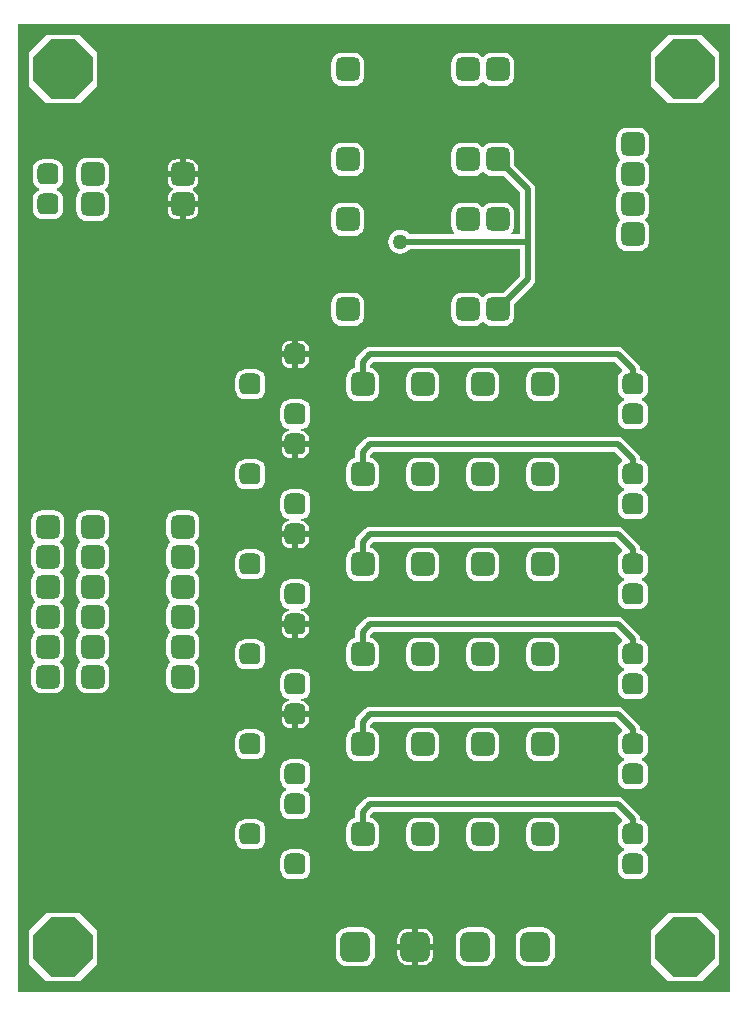
<source format=gtl>
G04 Layer_Physical_Order=1*
G04 Layer_Color=255*
%FSLAX25Y25*%
%MOIN*%
G70*
G01*
G75*
%ADD10C,0.02000*%
G04:AMPARAMS|DCode=11|XSize=80mil|YSize=80mil|CornerRadius=20mil|HoleSize=0mil|Usage=FLASHONLY|Rotation=180.000|XOffset=0mil|YOffset=0mil|HoleType=Round|Shape=RoundedRectangle|*
%AMROUNDEDRECTD11*
21,1,0.08000,0.04000,0,0,180.0*
21,1,0.04000,0.08000,0,0,180.0*
1,1,0.04000,-0.02000,0.02000*
1,1,0.04000,0.02000,0.02000*
1,1,0.04000,0.02000,-0.02000*
1,1,0.04000,-0.02000,-0.02000*
%
%ADD11ROUNDEDRECTD11*%
G04:AMPARAMS|DCode=12|XSize=70mil|YSize=70mil|CornerRadius=17.5mil|HoleSize=0mil|Usage=FLASHONLY|Rotation=90.000|XOffset=0mil|YOffset=0mil|HoleType=Round|Shape=RoundedRectangle|*
%AMROUNDEDRECTD12*
21,1,0.07000,0.03500,0,0,90.0*
21,1,0.03500,0.07000,0,0,90.0*
1,1,0.03500,0.01750,0.01750*
1,1,0.03500,0.01750,-0.01750*
1,1,0.03500,-0.01750,-0.01750*
1,1,0.03500,-0.01750,0.01750*
%
%ADD12ROUNDEDRECTD12*%
G04:AMPARAMS|DCode=13|XSize=80mil|YSize=80mil|CornerRadius=20mil|HoleSize=0mil|Usage=FLASHONLY|Rotation=270.000|XOffset=0mil|YOffset=0mil|HoleType=Round|Shape=RoundedRectangle|*
%AMROUNDEDRECTD13*
21,1,0.08000,0.04000,0,0,270.0*
21,1,0.04000,0.08000,0,0,270.0*
1,1,0.04000,-0.02000,-0.02000*
1,1,0.04000,-0.02000,0.02000*
1,1,0.04000,0.02000,0.02000*
1,1,0.04000,0.02000,-0.02000*
%
%ADD13ROUNDEDRECTD13*%
G04:AMPARAMS|DCode=14|XSize=100mil|YSize=100mil|CornerRadius=25mil|HoleSize=0mil|Usage=FLASHONLY|Rotation=180.000|XOffset=0mil|YOffset=0mil|HoleType=Round|Shape=RoundedRectangle|*
%AMROUNDEDRECTD14*
21,1,0.10000,0.05000,0,0,180.0*
21,1,0.05000,0.10000,0,0,180.0*
1,1,0.05000,-0.02500,0.02500*
1,1,0.05000,0.02500,0.02500*
1,1,0.05000,0.02500,-0.02500*
1,1,0.05000,-0.02500,-0.02500*
%
%ADD14ROUNDEDRECTD14*%
%ADD15P,0.21307X8X22.5*%
%ADD16C,0.05000*%
G36*
X237500Y0D02*
X0D01*
Y322500D01*
X237500D01*
Y0D01*
D02*
G37*
%LPC*%
G36*
X12000Y160530D02*
X8000D01*
X7086Y160410D01*
X6235Y160057D01*
X5504Y159496D01*
X4943Y158765D01*
X4590Y157914D01*
X4470Y157000D01*
Y153000D01*
X4590Y152086D01*
X4943Y151235D01*
X5504Y150504D01*
X5835Y150250D01*
Y149750D01*
X5504Y149496D01*
X4943Y148765D01*
X4590Y147914D01*
X4470Y147000D01*
Y143000D01*
X4590Y142086D01*
X4943Y141235D01*
X5504Y140504D01*
X5835Y140250D01*
Y139750D01*
X5504Y139496D01*
X4943Y138765D01*
X4590Y137914D01*
X4470Y137000D01*
Y133000D01*
X4590Y132086D01*
X4943Y131235D01*
X5504Y130504D01*
X5835Y130250D01*
Y129750D01*
X5504Y129496D01*
X4943Y128765D01*
X4590Y127914D01*
X4470Y127000D01*
Y123000D01*
X4590Y122086D01*
X4943Y121235D01*
X5504Y120504D01*
X5835Y120250D01*
Y119750D01*
X5504Y119496D01*
X4943Y118765D01*
X4590Y117914D01*
X4470Y117000D01*
Y113000D01*
X4590Y112086D01*
X4943Y111235D01*
X5504Y110504D01*
X5835Y110250D01*
Y109750D01*
X5504Y109496D01*
X4943Y108765D01*
X4590Y107914D01*
X4470Y107000D01*
Y103000D01*
X4590Y102086D01*
X4943Y101235D01*
X5504Y100504D01*
X6235Y99943D01*
X7086Y99590D01*
X8000Y99470D01*
X12000D01*
X12914Y99590D01*
X13765Y99943D01*
X14496Y100504D01*
X15057Y101235D01*
X15410Y102086D01*
X15530Y103000D01*
Y107000D01*
X15410Y107914D01*
X15057Y108765D01*
X14496Y109496D01*
X14165Y109750D01*
Y110250D01*
X14496Y110504D01*
X15057Y111235D01*
X15410Y112086D01*
X15530Y113000D01*
Y117000D01*
X15410Y117914D01*
X15057Y118765D01*
X14496Y119496D01*
X14165Y119750D01*
Y120250D01*
X14496Y120504D01*
X15057Y121235D01*
X15410Y122086D01*
X15530Y123000D01*
Y127000D01*
X15410Y127914D01*
X15057Y128765D01*
X14496Y129496D01*
X14165Y129750D01*
Y130250D01*
X14496Y130504D01*
X15057Y131235D01*
X15410Y132086D01*
X15530Y133000D01*
Y137000D01*
X15410Y137914D01*
X15057Y138765D01*
X14496Y139496D01*
X14165Y139750D01*
Y140250D01*
X14496Y140504D01*
X15057Y141235D01*
X15410Y142086D01*
X15530Y143000D01*
Y147000D01*
X15410Y147914D01*
X15057Y148765D01*
X14496Y149496D01*
X14165Y149750D01*
Y150250D01*
X14496Y150504D01*
X15057Y151235D01*
X15410Y152086D01*
X15530Y153000D01*
Y157000D01*
X15410Y157914D01*
X15057Y158765D01*
X14496Y159496D01*
X13765Y160057D01*
X12914Y160410D01*
X12000Y160530D01*
D02*
G37*
G36*
X200000Y125049D02*
X117500D01*
X116525Y124855D01*
X115698Y124302D01*
X113198Y121802D01*
X112645Y120975D01*
X112451Y120000D01*
Y117958D01*
X112086Y117910D01*
X111235Y117557D01*
X110504Y116996D01*
X109943Y116265D01*
X109590Y115414D01*
X109470Y114500D01*
Y110500D01*
X109590Y109586D01*
X109943Y108735D01*
X110504Y108004D01*
X111235Y107443D01*
X112086Y107090D01*
X113000Y106970D01*
X117000D01*
X117914Y107090D01*
X118765Y107443D01*
X119496Y108004D01*
X120057Y108735D01*
X120410Y109586D01*
X120530Y110500D01*
Y114500D01*
X120410Y115414D01*
X120057Y116265D01*
X119496Y116996D01*
X118765Y117557D01*
X117914Y117910D01*
X117549Y117958D01*
Y118944D01*
X118556Y119951D01*
X198944D01*
X201388Y117507D01*
X201321Y116867D01*
X200932Y116568D01*
X200411Y115889D01*
X200084Y115098D01*
X199972Y114250D01*
Y110750D01*
X200084Y109902D01*
X200411Y109111D01*
X200932Y108432D01*
X201611Y107911D01*
X201950Y107771D01*
Y107229D01*
X201611Y107089D01*
X200932Y106568D01*
X200411Y105889D01*
X200084Y105098D01*
X199972Y104250D01*
Y100750D01*
X200084Y99902D01*
X200411Y99111D01*
X200932Y98432D01*
X201611Y97911D01*
X202402Y97584D01*
X203250Y97472D01*
X206750D01*
X207598Y97584D01*
X208389Y97911D01*
X209068Y98432D01*
X209589Y99111D01*
X209916Y99902D01*
X210028Y100750D01*
Y104250D01*
X209916Y105098D01*
X209589Y105889D01*
X209068Y106568D01*
X208389Y107089D01*
X208050Y107229D01*
Y107771D01*
X208389Y107911D01*
X209068Y108432D01*
X209589Y109111D01*
X209916Y109902D01*
X210028Y110750D01*
Y114250D01*
X209916Y115098D01*
X209589Y115889D01*
X209068Y116568D01*
X208389Y117089D01*
X207598Y117416D01*
X207549Y117423D01*
Y117500D01*
X207355Y118475D01*
X206802Y119302D01*
X201802Y124302D01*
X200975Y124855D01*
X200000Y125049D01*
D02*
G37*
G36*
X57000Y160530D02*
X53000D01*
X52086Y160410D01*
X51235Y160057D01*
X50504Y159496D01*
X49943Y158765D01*
X49590Y157914D01*
X49470Y157000D01*
Y153000D01*
X49590Y152086D01*
X49943Y151235D01*
X50504Y150504D01*
X50835Y150250D01*
Y149750D01*
X50504Y149496D01*
X49943Y148765D01*
X49590Y147914D01*
X49470Y147000D01*
Y143000D01*
X49590Y142086D01*
X49943Y141235D01*
X50504Y140504D01*
X50835Y140250D01*
Y139750D01*
X50504Y139496D01*
X49943Y138765D01*
X49590Y137914D01*
X49470Y137000D01*
Y133000D01*
X49590Y132086D01*
X49943Y131235D01*
X50504Y130504D01*
X50835Y130250D01*
Y129750D01*
X50504Y129496D01*
X49943Y128765D01*
X49590Y127914D01*
X49470Y127000D01*
Y123000D01*
X49590Y122086D01*
X49943Y121235D01*
X50504Y120504D01*
X50835Y120250D01*
Y119750D01*
X50504Y119496D01*
X49943Y118765D01*
X49590Y117914D01*
X49470Y117000D01*
Y113000D01*
X49590Y112086D01*
X49943Y111235D01*
X50504Y110504D01*
X50835Y110250D01*
Y109750D01*
X50504Y109496D01*
X49943Y108765D01*
X49590Y107914D01*
X49470Y107000D01*
Y103000D01*
X49590Y102086D01*
X49943Y101235D01*
X50504Y100504D01*
X51235Y99943D01*
X52086Y99590D01*
X53000Y99470D01*
X57000D01*
X57914Y99590D01*
X58765Y99943D01*
X59496Y100504D01*
X60057Y101235D01*
X60410Y102086D01*
X60530Y103000D01*
Y107000D01*
X60410Y107914D01*
X60057Y108765D01*
X59496Y109496D01*
X59166Y109750D01*
Y110250D01*
X59496Y110504D01*
X60057Y111235D01*
X60410Y112086D01*
X60530Y113000D01*
Y117000D01*
X60410Y117914D01*
X60057Y118765D01*
X59496Y119496D01*
X59166Y119750D01*
Y120250D01*
X59496Y120504D01*
X60057Y121235D01*
X60410Y122086D01*
X60530Y123000D01*
Y127000D01*
X60410Y127914D01*
X60057Y128765D01*
X59496Y129496D01*
X59166Y129750D01*
Y130250D01*
X59496Y130504D01*
X60057Y131235D01*
X60410Y132086D01*
X60530Y133000D01*
Y137000D01*
X60410Y137914D01*
X60057Y138765D01*
X59496Y139496D01*
X59166Y139750D01*
Y140250D01*
X59496Y140504D01*
X60057Y141235D01*
X60410Y142086D01*
X60530Y143000D01*
Y147000D01*
X60410Y147914D01*
X60057Y148765D01*
X59496Y149496D01*
X59166Y149750D01*
Y150250D01*
X59496Y150504D01*
X60057Y151235D01*
X60410Y152086D01*
X60530Y153000D01*
Y157000D01*
X60410Y157914D01*
X60057Y158765D01*
X59496Y159496D01*
X58765Y160057D01*
X57914Y160410D01*
X57000Y160530D01*
D02*
G37*
G36*
X27000D02*
X23000D01*
X22086Y160410D01*
X21235Y160057D01*
X20504Y159496D01*
X19943Y158765D01*
X19590Y157914D01*
X19470Y157000D01*
Y153000D01*
X19590Y152086D01*
X19943Y151235D01*
X20504Y150504D01*
X20834Y150250D01*
Y149750D01*
X20504Y149496D01*
X19943Y148765D01*
X19590Y147914D01*
X19470Y147000D01*
Y143000D01*
X19590Y142086D01*
X19943Y141235D01*
X20504Y140504D01*
X20834Y140250D01*
Y139750D01*
X20504Y139496D01*
X19943Y138765D01*
X19590Y137914D01*
X19470Y137000D01*
Y133000D01*
X19590Y132086D01*
X19943Y131235D01*
X20504Y130504D01*
X20834Y130250D01*
Y129750D01*
X20504Y129496D01*
X19943Y128765D01*
X19590Y127914D01*
X19470Y127000D01*
Y123000D01*
X19590Y122086D01*
X19943Y121235D01*
X20504Y120504D01*
X20834Y120250D01*
Y119750D01*
X20504Y119496D01*
X19943Y118765D01*
X19590Y117914D01*
X19470Y117000D01*
Y113000D01*
X19590Y112086D01*
X19943Y111235D01*
X20504Y110504D01*
X20834Y110250D01*
Y109750D01*
X20504Y109496D01*
X19943Y108765D01*
X19590Y107914D01*
X19470Y107000D01*
Y103000D01*
X19590Y102086D01*
X19943Y101235D01*
X20504Y100504D01*
X21235Y99943D01*
X22086Y99590D01*
X23000Y99470D01*
X27000D01*
X27914Y99590D01*
X28765Y99943D01*
X29496Y100504D01*
X30057Y101235D01*
X30410Y102086D01*
X30530Y103000D01*
Y107000D01*
X30410Y107914D01*
X30057Y108765D01*
X29496Y109496D01*
X29166Y109750D01*
Y110250D01*
X29496Y110504D01*
X30057Y111235D01*
X30410Y112086D01*
X30530Y113000D01*
Y117000D01*
X30410Y117914D01*
X30057Y118765D01*
X29496Y119496D01*
X29166Y119750D01*
Y120250D01*
X29496Y120504D01*
X30057Y121235D01*
X30410Y122086D01*
X30530Y123000D01*
Y127000D01*
X30410Y127914D01*
X30057Y128765D01*
X29496Y129496D01*
X29166Y129750D01*
Y130250D01*
X29496Y130504D01*
X30057Y131235D01*
X30410Y132086D01*
X30530Y133000D01*
Y137000D01*
X30410Y137914D01*
X30057Y138765D01*
X29496Y139496D01*
X29166Y139750D01*
Y140250D01*
X29496Y140504D01*
X30057Y141235D01*
X30410Y142086D01*
X30530Y143000D01*
Y147000D01*
X30410Y147914D01*
X30057Y148765D01*
X29496Y149496D01*
X29166Y149750D01*
Y150250D01*
X29496Y150504D01*
X30057Y151235D01*
X30410Y152086D01*
X30530Y153000D01*
Y157000D01*
X30410Y157914D01*
X30057Y158765D01*
X29496Y159496D01*
X28765Y160057D01*
X27914Y160410D01*
X27000Y160530D01*
D02*
G37*
G36*
X94250Y107528D02*
X90750D01*
X89902Y107416D01*
X89111Y107089D01*
X88432Y106568D01*
X87911Y105889D01*
X87584Y105098D01*
X87472Y104250D01*
Y100750D01*
X87584Y99902D01*
X87911Y99111D01*
X88432Y98432D01*
X89111Y97911D01*
X89902Y97584D01*
X90537Y97500D01*
Y96996D01*
X90032Y96929D01*
X89363Y96652D01*
X88789Y96211D01*
X88348Y95637D01*
X88071Y94968D01*
X87976Y94250D01*
Y93500D01*
X92500D01*
X97024D01*
Y94250D01*
X96929Y94968D01*
X96652Y95637D01*
X96211Y96211D01*
X95637Y96652D01*
X94968Y96929D01*
X94463Y96996D01*
Y97500D01*
X95098Y97584D01*
X95889Y97911D01*
X96568Y98432D01*
X97089Y99111D01*
X97416Y99902D01*
X97528Y100750D01*
Y104250D01*
X97416Y105098D01*
X97089Y105889D01*
X96568Y106568D01*
X95889Y107089D01*
X95098Y107416D01*
X94250Y107528D01*
D02*
G37*
G36*
X79250Y87528D02*
X75750D01*
X74902Y87416D01*
X74111Y87089D01*
X73432Y86568D01*
X72911Y85889D01*
X72584Y85098D01*
X72472Y84250D01*
Y80750D01*
X72584Y79902D01*
X72911Y79111D01*
X73432Y78432D01*
X74111Y77911D01*
X74902Y77584D01*
X75750Y77472D01*
X79250D01*
X80098Y77584D01*
X80889Y77911D01*
X81568Y78432D01*
X82089Y79111D01*
X82416Y79902D01*
X82528Y80750D01*
Y84250D01*
X82416Y85098D01*
X82089Y85889D01*
X81568Y86568D01*
X80889Y87089D01*
X80098Y87416D01*
X79250Y87528D01*
D02*
G37*
G36*
X177000Y88030D02*
X173000D01*
X172086Y87910D01*
X171235Y87557D01*
X170504Y86996D01*
X169943Y86265D01*
X169590Y85414D01*
X169470Y84500D01*
Y80500D01*
X169590Y79586D01*
X169943Y78735D01*
X170504Y78004D01*
X171235Y77443D01*
X172086Y77090D01*
X173000Y76970D01*
X177000D01*
X177914Y77090D01*
X178765Y77443D01*
X179496Y78004D01*
X180057Y78735D01*
X180410Y79586D01*
X180530Y80500D01*
Y84500D01*
X180410Y85414D01*
X180057Y86265D01*
X179496Y86996D01*
X178765Y87557D01*
X177914Y87910D01*
X177000Y88030D01*
D02*
G37*
G36*
X97024Y91500D02*
X93500D01*
Y87976D01*
X94250D01*
X94968Y88071D01*
X95637Y88348D01*
X96211Y88789D01*
X96652Y89363D01*
X96929Y90032D01*
X97024Y90750D01*
Y91500D01*
D02*
G37*
G36*
X91500D02*
X87976D01*
Y90750D01*
X88071Y90032D01*
X88348Y89363D01*
X88789Y88789D01*
X89363Y88348D01*
X90032Y88071D01*
X90750Y87976D01*
X91500D01*
Y91500D01*
D02*
G37*
G36*
X94250Y137528D02*
X90750D01*
X89902Y137416D01*
X89111Y137089D01*
X88432Y136568D01*
X87911Y135889D01*
X87584Y135098D01*
X87472Y134250D01*
Y130750D01*
X87584Y129902D01*
X87911Y129111D01*
X88432Y128432D01*
X89111Y127911D01*
X89902Y127584D01*
X90537Y127500D01*
Y126996D01*
X90032Y126929D01*
X89363Y126652D01*
X88789Y126211D01*
X88348Y125637D01*
X88071Y124968D01*
X87976Y124250D01*
Y123500D01*
X92500D01*
X97024D01*
Y124250D01*
X96929Y124968D01*
X96652Y125637D01*
X96211Y126211D01*
X95637Y126652D01*
X94968Y126929D01*
X94463Y126996D01*
Y127500D01*
X95098Y127584D01*
X95889Y127911D01*
X96568Y128432D01*
X97089Y129111D01*
X97416Y129902D01*
X97528Y130750D01*
Y134250D01*
X97416Y135098D01*
X97089Y135889D01*
X96568Y136568D01*
X95889Y137089D01*
X95098Y137416D01*
X94250Y137528D01*
D02*
G37*
G36*
X97024Y121500D02*
X93500D01*
Y117976D01*
X94250D01*
X94968Y118071D01*
X95637Y118348D01*
X96211Y118789D01*
X96652Y119363D01*
X96929Y120032D01*
X97024Y120750D01*
Y121500D01*
D02*
G37*
G36*
X137000Y148030D02*
X133000D01*
X132086Y147910D01*
X131235Y147557D01*
X130504Y146996D01*
X129943Y146265D01*
X129590Y145414D01*
X129470Y144500D01*
Y140500D01*
X129590Y139586D01*
X129943Y138735D01*
X130504Y138004D01*
X131235Y137443D01*
X132086Y137090D01*
X133000Y136970D01*
X137000D01*
X137914Y137090D01*
X138765Y137443D01*
X139496Y138004D01*
X140057Y138735D01*
X140410Y139586D01*
X140530Y140500D01*
Y144500D01*
X140410Y145414D01*
X140057Y146265D01*
X139496Y146996D01*
X138765Y147557D01*
X137914Y147910D01*
X137000Y148030D01*
D02*
G37*
G36*
X200000Y155049D02*
X117500D01*
X116525Y154855D01*
X115698Y154302D01*
X113198Y151802D01*
X112645Y150976D01*
X112451Y150000D01*
Y147958D01*
X112086Y147910D01*
X111235Y147557D01*
X110504Y146996D01*
X109943Y146265D01*
X109590Y145414D01*
X109470Y144500D01*
Y140500D01*
X109590Y139586D01*
X109943Y138735D01*
X110504Y138004D01*
X111235Y137443D01*
X112086Y137090D01*
X113000Y136970D01*
X117000D01*
X117914Y137090D01*
X118765Y137443D01*
X119496Y138004D01*
X120057Y138735D01*
X120410Y139586D01*
X120530Y140500D01*
Y144500D01*
X120410Y145414D01*
X120057Y146265D01*
X119496Y146996D01*
X118765Y147557D01*
X117914Y147910D01*
X117549Y147958D01*
Y148944D01*
X118556Y149951D01*
X198944D01*
X201388Y147507D01*
X201321Y146867D01*
X200932Y146568D01*
X200411Y145889D01*
X200084Y145098D01*
X199972Y144250D01*
Y140750D01*
X200084Y139902D01*
X200411Y139111D01*
X200932Y138432D01*
X201611Y137911D01*
X201950Y137771D01*
Y137229D01*
X201611Y137089D01*
X200932Y136568D01*
X200411Y135889D01*
X200084Y135098D01*
X199972Y134250D01*
Y130750D01*
X200084Y129902D01*
X200411Y129111D01*
X200932Y128432D01*
X201611Y127911D01*
X202402Y127584D01*
X203250Y127472D01*
X206750D01*
X207598Y127584D01*
X208389Y127911D01*
X209068Y128432D01*
X209589Y129111D01*
X209916Y129902D01*
X210028Y130750D01*
Y134250D01*
X209916Y135098D01*
X209589Y135889D01*
X209068Y136568D01*
X208389Y137089D01*
X208050Y137229D01*
Y137771D01*
X208389Y137911D01*
X209068Y138432D01*
X209589Y139111D01*
X209916Y139902D01*
X210028Y140750D01*
Y144250D01*
X209916Y145098D01*
X209589Y145889D01*
X209068Y146568D01*
X208389Y147089D01*
X207598Y147416D01*
X207549Y147423D01*
Y147500D01*
X207355Y148476D01*
X206802Y149302D01*
X201802Y154302D01*
X200975Y154855D01*
X200000Y155049D01*
D02*
G37*
G36*
X91500Y121500D02*
X87976D01*
Y120750D01*
X88071Y120032D01*
X88348Y119363D01*
X88789Y118789D01*
X89363Y118348D01*
X90032Y118071D01*
X90750Y117976D01*
X91500D01*
Y121500D01*
D02*
G37*
G36*
X157000Y118030D02*
X153000D01*
X152086Y117910D01*
X151235Y117557D01*
X150504Y116996D01*
X149943Y116265D01*
X149590Y115414D01*
X149470Y114500D01*
Y110500D01*
X149590Y109586D01*
X149943Y108735D01*
X150504Y108004D01*
X151235Y107443D01*
X152086Y107090D01*
X153000Y106970D01*
X157000D01*
X157914Y107090D01*
X158765Y107443D01*
X159496Y108004D01*
X160057Y108735D01*
X160410Y109586D01*
X160530Y110500D01*
Y114500D01*
X160410Y115414D01*
X160057Y116265D01*
X159496Y116996D01*
X158765Y117557D01*
X157914Y117910D01*
X157000Y118030D01*
D02*
G37*
G36*
X137000D02*
X133000D01*
X132086Y117910D01*
X131235Y117557D01*
X130504Y116996D01*
X129943Y116265D01*
X129590Y115414D01*
X129470Y114500D01*
Y110500D01*
X129590Y109586D01*
X129943Y108735D01*
X130504Y108004D01*
X131235Y107443D01*
X132086Y107090D01*
X133000Y106970D01*
X137000D01*
X137914Y107090D01*
X138765Y107443D01*
X139496Y108004D01*
X140057Y108735D01*
X140410Y109586D01*
X140530Y110500D01*
Y114500D01*
X140410Y115414D01*
X140057Y116265D01*
X139496Y116996D01*
X138765Y117557D01*
X137914Y117910D01*
X137000Y118030D01*
D02*
G37*
G36*
X79250Y117528D02*
X75750D01*
X74902Y117416D01*
X74111Y117089D01*
X73432Y116568D01*
X72911Y115889D01*
X72584Y115098D01*
X72472Y114250D01*
Y110750D01*
X72584Y109902D01*
X72911Y109111D01*
X73432Y108432D01*
X74111Y107911D01*
X74902Y107584D01*
X75750Y107472D01*
X79250D01*
X80098Y107584D01*
X80889Y107911D01*
X81568Y108432D01*
X82089Y109111D01*
X82416Y109902D01*
X82528Y110750D01*
Y114250D01*
X82416Y115098D01*
X82089Y115889D01*
X81568Y116568D01*
X80889Y117089D01*
X80098Y117416D01*
X79250Y117528D01*
D02*
G37*
G36*
X177000Y118030D02*
X173000D01*
X172086Y117910D01*
X171235Y117557D01*
X170504Y116996D01*
X169943Y116265D01*
X169590Y115414D01*
X169470Y114500D01*
Y110500D01*
X169590Y109586D01*
X169943Y108735D01*
X170504Y108004D01*
X171235Y107443D01*
X172086Y107090D01*
X173000Y106970D01*
X177000D01*
X177914Y107090D01*
X178765Y107443D01*
X179496Y108004D01*
X180057Y108735D01*
X180410Y109586D01*
X180530Y110500D01*
Y114500D01*
X180410Y115414D01*
X180057Y116265D01*
X179496Y116996D01*
X178765Y117557D01*
X177914Y117910D01*
X177000Y118030D01*
D02*
G37*
G36*
X157000Y88030D02*
X153000D01*
X152086Y87910D01*
X151235Y87557D01*
X150504Y86996D01*
X149943Y86265D01*
X149590Y85414D01*
X149470Y84500D01*
Y80500D01*
X149590Y79586D01*
X149943Y78735D01*
X150504Y78004D01*
X151235Y77443D01*
X152086Y77090D01*
X153000Y76970D01*
X157000D01*
X157914Y77090D01*
X158765Y77443D01*
X159496Y78004D01*
X160057Y78735D01*
X160410Y79586D01*
X160530Y80500D01*
Y84500D01*
X160410Y85414D01*
X160057Y86265D01*
X159496Y86996D01*
X158765Y87557D01*
X157914Y87910D01*
X157000Y88030D01*
D02*
G37*
G36*
X138530Y14000D02*
X133500D01*
Y8970D01*
X135000D01*
X135914Y9090D01*
X136765Y9443D01*
X137496Y10004D01*
X138057Y10735D01*
X138410Y11586D01*
X138530Y12500D01*
Y14000D01*
D02*
G37*
G36*
X131500D02*
X126470D01*
Y12500D01*
X126590Y11586D01*
X126943Y10735D01*
X127504Y10004D01*
X128235Y9443D01*
X129086Y9090D01*
X130000Y8970D01*
X131500D01*
Y14000D01*
D02*
G37*
G36*
X135000Y21030D02*
X133500D01*
Y16000D01*
X138530D01*
Y17500D01*
X138410Y18414D01*
X138057Y19265D01*
X137496Y19996D01*
X136765Y20557D01*
X135914Y20910D01*
X135000Y21030D01*
D02*
G37*
G36*
X131500D02*
X130000D01*
X129086Y20910D01*
X128235Y20557D01*
X127504Y19996D01*
X126943Y19265D01*
X126590Y18414D01*
X126470Y17500D01*
Y16000D01*
X131500D01*
Y21030D01*
D02*
G37*
G36*
X175000Y21534D02*
X170000D01*
X168956Y21397D01*
X167983Y20994D01*
X167147Y20353D01*
X166506Y19517D01*
X166103Y18544D01*
X165965Y17500D01*
Y12500D01*
X166103Y11456D01*
X166506Y10483D01*
X167147Y9647D01*
X167983Y9006D01*
X168956Y8603D01*
X170000Y8466D01*
X175000D01*
X176044Y8603D01*
X177017Y9006D01*
X177853Y9647D01*
X178494Y10483D01*
X178897Y11456D01*
X179034Y12500D01*
Y17500D01*
X178897Y18544D01*
X178494Y19517D01*
X177853Y20353D01*
X177017Y20994D01*
X176044Y21397D01*
X175000Y21534D01*
D02*
G37*
G36*
X228171Y26342D02*
X216829D01*
X211157Y20671D01*
Y9329D01*
X216829Y3658D01*
X228171D01*
X233842Y9329D01*
Y20671D01*
X228171Y26342D01*
D02*
G37*
G36*
X20671D02*
X9329D01*
X3658Y20671D01*
Y9329D01*
X9329Y3658D01*
X20671D01*
X26342Y9329D01*
Y20671D01*
X20671Y26342D01*
D02*
G37*
G36*
X155000Y21534D02*
X150000D01*
X148956Y21397D01*
X147983Y20994D01*
X147147Y20353D01*
X146506Y19517D01*
X146103Y18544D01*
X145966Y17500D01*
Y12500D01*
X146103Y11456D01*
X146506Y10483D01*
X147147Y9647D01*
X147983Y9006D01*
X148956Y8603D01*
X150000Y8466D01*
X155000D01*
X156044Y8603D01*
X157017Y9006D01*
X157853Y9647D01*
X158494Y10483D01*
X158897Y11456D01*
X159035Y12500D01*
Y17500D01*
X158897Y18544D01*
X158494Y19517D01*
X157853Y20353D01*
X157017Y20994D01*
X156044Y21397D01*
X155000Y21534D01*
D02*
G37*
G36*
X115000D02*
X110000D01*
X108956Y21397D01*
X107983Y20994D01*
X107147Y20353D01*
X106506Y19517D01*
X106103Y18544D01*
X105965Y17500D01*
Y12500D01*
X106103Y11456D01*
X106506Y10483D01*
X107147Y9647D01*
X107983Y9006D01*
X108956Y8603D01*
X110000Y8466D01*
X115000D01*
X116044Y8603D01*
X117017Y9006D01*
X117853Y9647D01*
X118494Y10483D01*
X118897Y11456D01*
X119035Y12500D01*
Y17500D01*
X118897Y18544D01*
X118494Y19517D01*
X117853Y20353D01*
X117017Y20994D01*
X116044Y21397D01*
X115000Y21534D01*
D02*
G37*
G36*
X94250Y77528D02*
X90750D01*
X89902Y77416D01*
X89111Y77089D01*
X88432Y76568D01*
X87911Y75889D01*
X87584Y75098D01*
X87472Y74250D01*
Y70750D01*
X87584Y69902D01*
X87911Y69111D01*
X88432Y68432D01*
X89111Y67911D01*
X89450Y67771D01*
Y67229D01*
X89111Y67089D01*
X88432Y66568D01*
X87911Y65889D01*
X87584Y65098D01*
X87472Y64250D01*
Y60750D01*
X87584Y59902D01*
X87911Y59111D01*
X88432Y58432D01*
X89111Y57911D01*
X89902Y57584D01*
X90750Y57472D01*
X94250D01*
X95098Y57584D01*
X95889Y57911D01*
X96568Y58432D01*
X97089Y59111D01*
X97416Y59902D01*
X97528Y60750D01*
Y64250D01*
X97416Y65098D01*
X97089Y65889D01*
X96568Y66568D01*
X95889Y67089D01*
X95550Y67229D01*
Y67771D01*
X95889Y67911D01*
X96568Y68432D01*
X97089Y69111D01*
X97416Y69902D01*
X97528Y70750D01*
Y74250D01*
X97416Y75098D01*
X97089Y75889D01*
X96568Y76568D01*
X95889Y77089D01*
X95098Y77416D01*
X94250Y77528D01*
D02*
G37*
G36*
X79250Y57528D02*
X75750D01*
X74902Y57416D01*
X74111Y57089D01*
X73432Y56568D01*
X72911Y55889D01*
X72584Y55098D01*
X72472Y54250D01*
Y50750D01*
X72584Y49902D01*
X72911Y49111D01*
X73432Y48432D01*
X74111Y47911D01*
X74902Y47584D01*
X75750Y47472D01*
X79250D01*
X80098Y47584D01*
X80889Y47911D01*
X81568Y48432D01*
X82089Y49111D01*
X82416Y49902D01*
X82528Y50750D01*
Y54250D01*
X82416Y55098D01*
X82089Y55889D01*
X81568Y56568D01*
X80889Y57089D01*
X80098Y57416D01*
X79250Y57528D01*
D02*
G37*
G36*
X137000Y88030D02*
X133000D01*
X132086Y87910D01*
X131235Y87557D01*
X130504Y86996D01*
X129943Y86265D01*
X129590Y85414D01*
X129470Y84500D01*
Y80500D01*
X129590Y79586D01*
X129943Y78735D01*
X130504Y78004D01*
X131235Y77443D01*
X132086Y77090D01*
X133000Y76970D01*
X137000D01*
X137914Y77090D01*
X138765Y77443D01*
X139496Y78004D01*
X140057Y78735D01*
X140410Y79586D01*
X140530Y80500D01*
Y84500D01*
X140410Y85414D01*
X140057Y86265D01*
X139496Y86996D01*
X138765Y87557D01*
X137914Y87910D01*
X137000Y88030D01*
D02*
G37*
G36*
X200000Y95049D02*
X117500D01*
X116525Y94855D01*
X115698Y94302D01*
X113198Y91802D01*
X112645Y90975D01*
X112451Y90000D01*
Y87958D01*
X112086Y87910D01*
X111235Y87557D01*
X110504Y86996D01*
X109943Y86265D01*
X109590Y85414D01*
X109470Y84500D01*
Y80500D01*
X109590Y79586D01*
X109943Y78735D01*
X110504Y78004D01*
X111235Y77443D01*
X112086Y77090D01*
X113000Y76970D01*
X117000D01*
X117914Y77090D01*
X118765Y77443D01*
X119496Y78004D01*
X120057Y78735D01*
X120410Y79586D01*
X120530Y80500D01*
Y84500D01*
X120410Y85414D01*
X120057Y86265D01*
X119496Y86996D01*
X118765Y87557D01*
X117914Y87910D01*
X117549Y87958D01*
Y88944D01*
X118556Y89951D01*
X198944D01*
X201388Y87507D01*
X201321Y86867D01*
X200932Y86568D01*
X200411Y85889D01*
X200084Y85098D01*
X199972Y84250D01*
Y80750D01*
X200084Y79902D01*
X200411Y79111D01*
X200932Y78432D01*
X201611Y77911D01*
X201950Y77771D01*
Y77229D01*
X201611Y77089D01*
X200932Y76568D01*
X200411Y75889D01*
X200084Y75098D01*
X199972Y74250D01*
Y70750D01*
X200084Y69902D01*
X200411Y69111D01*
X200932Y68432D01*
X201611Y67911D01*
X202402Y67584D01*
X203250Y67472D01*
X206750D01*
X207598Y67584D01*
X208389Y67911D01*
X209068Y68432D01*
X209589Y69111D01*
X209916Y69902D01*
X210028Y70750D01*
Y74250D01*
X209916Y75098D01*
X209589Y75889D01*
X209068Y76568D01*
X208389Y77089D01*
X208050Y77229D01*
Y77771D01*
X208389Y77911D01*
X209068Y78432D01*
X209589Y79111D01*
X209916Y79902D01*
X210028Y80750D01*
Y84250D01*
X209916Y85098D01*
X209589Y85889D01*
X209068Y86568D01*
X208389Y87089D01*
X207598Y87416D01*
X207549Y87423D01*
Y87500D01*
X207355Y88476D01*
X206802Y89302D01*
X201802Y94302D01*
X200975Y94855D01*
X200000Y95049D01*
D02*
G37*
G36*
X177000Y58030D02*
X173000D01*
X172086Y57910D01*
X171235Y57557D01*
X170504Y56996D01*
X169943Y56265D01*
X169590Y55414D01*
X169470Y54500D01*
Y50500D01*
X169590Y49586D01*
X169943Y48735D01*
X170504Y48004D01*
X171235Y47443D01*
X172086Y47090D01*
X173000Y46970D01*
X177000D01*
X177914Y47090D01*
X178765Y47443D01*
X179496Y48004D01*
X180057Y48735D01*
X180410Y49586D01*
X180530Y50500D01*
Y54500D01*
X180410Y55414D01*
X180057Y56265D01*
X179496Y56996D01*
X178765Y57557D01*
X177914Y57910D01*
X177000Y58030D01*
D02*
G37*
G36*
X200000Y65049D02*
X117500D01*
X116525Y64855D01*
X115698Y64302D01*
X113198Y61802D01*
X112645Y60975D01*
X112451Y60000D01*
Y57958D01*
X112086Y57910D01*
X111235Y57557D01*
X110504Y56996D01*
X109943Y56265D01*
X109590Y55414D01*
X109470Y54500D01*
Y50500D01*
X109590Y49586D01*
X109943Y48735D01*
X110504Y48004D01*
X111235Y47443D01*
X112086Y47090D01*
X113000Y46970D01*
X117000D01*
X117914Y47090D01*
X118765Y47443D01*
X119496Y48004D01*
X120057Y48735D01*
X120410Y49586D01*
X120530Y50500D01*
Y54500D01*
X120410Y55414D01*
X120057Y56265D01*
X119496Y56996D01*
X118765Y57557D01*
X117914Y57910D01*
X117549Y57958D01*
Y58944D01*
X118556Y59951D01*
X198944D01*
X201388Y57507D01*
X201321Y56867D01*
X200932Y56568D01*
X200411Y55889D01*
X200084Y55098D01*
X199972Y54250D01*
Y50750D01*
X200084Y49902D01*
X200411Y49111D01*
X200932Y48432D01*
X201611Y47911D01*
X201950Y47771D01*
Y47229D01*
X201611Y47089D01*
X200932Y46568D01*
X200411Y45889D01*
X200084Y45098D01*
X199972Y44250D01*
Y40750D01*
X200084Y39902D01*
X200411Y39111D01*
X200932Y38432D01*
X201611Y37911D01*
X202402Y37584D01*
X203250Y37472D01*
X206750D01*
X207598Y37584D01*
X208389Y37911D01*
X209068Y38432D01*
X209589Y39111D01*
X209916Y39902D01*
X210028Y40750D01*
Y44250D01*
X209916Y45098D01*
X209589Y45889D01*
X209068Y46568D01*
X208389Y47089D01*
X208050Y47229D01*
Y47771D01*
X208389Y47911D01*
X209068Y48432D01*
X209589Y49111D01*
X209916Y49902D01*
X210028Y50750D01*
Y54250D01*
X209916Y55098D01*
X209589Y55889D01*
X209068Y56568D01*
X208389Y57089D01*
X207598Y57416D01*
X207549Y57423D01*
Y57500D01*
X207355Y58476D01*
X206802Y59302D01*
X201802Y64302D01*
X200975Y64855D01*
X200000Y65049D01*
D02*
G37*
G36*
X94250Y47528D02*
X90750D01*
X89902Y47416D01*
X89111Y47089D01*
X88432Y46568D01*
X87911Y45889D01*
X87584Y45098D01*
X87472Y44250D01*
Y40750D01*
X87584Y39902D01*
X87911Y39111D01*
X88432Y38432D01*
X89111Y37911D01*
X89902Y37584D01*
X90750Y37472D01*
X94250D01*
X95098Y37584D01*
X95889Y37911D01*
X96568Y38432D01*
X97089Y39111D01*
X97416Y39902D01*
X97528Y40750D01*
Y44250D01*
X97416Y45098D01*
X97089Y45889D01*
X96568Y46568D01*
X95889Y47089D01*
X95098Y47416D01*
X94250Y47528D01*
D02*
G37*
G36*
X157000Y58030D02*
X153000D01*
X152086Y57910D01*
X151235Y57557D01*
X150504Y56996D01*
X149943Y56265D01*
X149590Y55414D01*
X149470Y54500D01*
Y50500D01*
X149590Y49586D01*
X149943Y48735D01*
X150504Y48004D01*
X151235Y47443D01*
X152086Y47090D01*
X153000Y46970D01*
X157000D01*
X157914Y47090D01*
X158765Y47443D01*
X159496Y48004D01*
X160057Y48735D01*
X160410Y49586D01*
X160530Y50500D01*
Y54500D01*
X160410Y55414D01*
X160057Y56265D01*
X159496Y56996D01*
X158765Y57557D01*
X157914Y57910D01*
X157000Y58030D01*
D02*
G37*
G36*
X137000D02*
X133000D01*
X132086Y57910D01*
X131235Y57557D01*
X130504Y56996D01*
X129943Y56265D01*
X129590Y55414D01*
X129470Y54500D01*
Y50500D01*
X129590Y49586D01*
X129943Y48735D01*
X130504Y48004D01*
X131235Y47443D01*
X132086Y47090D01*
X133000Y46970D01*
X137000D01*
X137914Y47090D01*
X138765Y47443D01*
X139496Y48004D01*
X140057Y48735D01*
X140410Y49586D01*
X140530Y50500D01*
Y54500D01*
X140410Y55414D01*
X140057Y56265D01*
X139496Y56996D01*
X138765Y57557D01*
X137914Y57910D01*
X137000Y58030D01*
D02*
G37*
G36*
X157000Y148030D02*
X153000D01*
X152086Y147910D01*
X151235Y147557D01*
X150504Y146996D01*
X149943Y146265D01*
X149590Y145414D01*
X149470Y144500D01*
Y140500D01*
X149590Y139586D01*
X149943Y138735D01*
X150504Y138004D01*
X151235Y137443D01*
X152086Y137090D01*
X153000Y136970D01*
X157000D01*
X157914Y137090D01*
X158765Y137443D01*
X159496Y138004D01*
X160057Y138735D01*
X160410Y139586D01*
X160530Y140500D01*
Y144500D01*
X160410Y145414D01*
X160057Y146265D01*
X159496Y146996D01*
X158765Y147557D01*
X157914Y147910D01*
X157000Y148030D01*
D02*
G37*
G36*
X27000Y278030D02*
X23000D01*
X22086Y277910D01*
X21235Y277557D01*
X20504Y276996D01*
X19943Y276265D01*
X19590Y275414D01*
X19470Y274500D01*
Y270500D01*
X19590Y269586D01*
X19943Y268735D01*
X20504Y268004D01*
X20834Y267750D01*
Y267250D01*
X20504Y266996D01*
X19943Y266265D01*
X19590Y265414D01*
X19470Y264500D01*
Y260500D01*
X19590Y259586D01*
X19943Y258735D01*
X20504Y258004D01*
X21235Y257443D01*
X22086Y257090D01*
X23000Y256970D01*
X27000D01*
X27914Y257090D01*
X28765Y257443D01*
X29496Y258004D01*
X30057Y258735D01*
X30410Y259586D01*
X30530Y260500D01*
Y264500D01*
X30410Y265414D01*
X30057Y266265D01*
X29496Y266996D01*
X29166Y267250D01*
Y267750D01*
X29496Y268004D01*
X30057Y268735D01*
X30410Y269586D01*
X30530Y270500D01*
Y274500D01*
X30410Y275414D01*
X30057Y276265D01*
X29496Y276996D01*
X28765Y277557D01*
X27914Y277910D01*
X27000Y278030D01*
D02*
G37*
G36*
X112000Y263030D02*
X108000D01*
X107086Y262910D01*
X106235Y262557D01*
X105504Y261996D01*
X104943Y261265D01*
X104590Y260414D01*
X104470Y259500D01*
Y255500D01*
X104590Y254586D01*
X104943Y253735D01*
X105504Y253004D01*
X106235Y252443D01*
X107086Y252090D01*
X108000Y251970D01*
X112000D01*
X112914Y252090D01*
X113765Y252443D01*
X114496Y253004D01*
X115057Y253735D01*
X115410Y254586D01*
X115530Y255500D01*
Y259500D01*
X115410Y260414D01*
X115057Y261265D01*
X114496Y261996D01*
X113765Y262557D01*
X112914Y262910D01*
X112000Y263030D01*
D02*
G37*
G36*
X54000Y261500D02*
X49974D01*
Y260500D01*
X50077Y259717D01*
X50380Y258987D01*
X50860Y258360D01*
X51487Y257879D01*
X52217Y257577D01*
X53000Y257474D01*
X54000D01*
Y261500D01*
D02*
G37*
G36*
X11750Y277528D02*
X8250D01*
X7402Y277416D01*
X6611Y277089D01*
X5932Y276568D01*
X5411Y275889D01*
X5084Y275098D01*
X4972Y274250D01*
Y270750D01*
X5084Y269902D01*
X5411Y269111D01*
X5932Y268432D01*
X6611Y267911D01*
X6950Y267771D01*
Y267229D01*
X6611Y267089D01*
X5932Y266568D01*
X5411Y265889D01*
X5084Y265098D01*
X4972Y264250D01*
Y260750D01*
X5084Y259902D01*
X5411Y259111D01*
X5932Y258432D01*
X6611Y257911D01*
X7402Y257584D01*
X8250Y257472D01*
X11750D01*
X12598Y257584D01*
X13389Y257911D01*
X14068Y258432D01*
X14589Y259111D01*
X14916Y259902D01*
X15028Y260750D01*
Y264250D01*
X14916Y265098D01*
X14589Y265889D01*
X14068Y266568D01*
X13389Y267089D01*
X13050Y267229D01*
Y267771D01*
X13389Y267911D01*
X14068Y268432D01*
X14589Y269111D01*
X14916Y269902D01*
X15028Y270750D01*
Y274250D01*
X14916Y275098D01*
X14589Y275889D01*
X14068Y276568D01*
X13389Y277089D01*
X12598Y277416D01*
X11750Y277528D01*
D02*
G37*
G36*
X207000Y288030D02*
X203000D01*
X202086Y287910D01*
X201235Y287557D01*
X200504Y286996D01*
X199943Y286265D01*
X199590Y285414D01*
X199470Y284500D01*
Y280500D01*
X199590Y279586D01*
X199943Y278735D01*
X200504Y278004D01*
X200834Y277750D01*
Y277250D01*
X200504Y276996D01*
X199943Y276265D01*
X199590Y275414D01*
X199470Y274500D01*
Y270500D01*
X199590Y269586D01*
X199943Y268735D01*
X200504Y268004D01*
X200834Y267750D01*
Y267250D01*
X200504Y266996D01*
X199943Y266265D01*
X199590Y265414D01*
X199470Y264500D01*
Y260500D01*
X199590Y259586D01*
X199943Y258735D01*
X200504Y258004D01*
X200834Y257750D01*
Y257250D01*
X200504Y256996D01*
X199943Y256265D01*
X199590Y255414D01*
X199470Y254500D01*
Y250500D01*
X199590Y249586D01*
X199943Y248735D01*
X200504Y248004D01*
X201235Y247443D01*
X202086Y247090D01*
X203000Y246970D01*
X207000D01*
X207914Y247090D01*
X208765Y247443D01*
X209496Y248004D01*
X210057Y248735D01*
X210410Y249586D01*
X210530Y250500D01*
Y254500D01*
X210410Y255414D01*
X210057Y256265D01*
X209496Y256996D01*
X209166Y257250D01*
Y257750D01*
X209496Y258004D01*
X210057Y258735D01*
X210410Y259586D01*
X210530Y260500D01*
Y264500D01*
X210410Y265414D01*
X210057Y266265D01*
X209496Y266996D01*
X209166Y267250D01*
Y267750D01*
X209496Y268004D01*
X210057Y268735D01*
X210410Y269586D01*
X210530Y270500D01*
Y274500D01*
X210410Y275414D01*
X210057Y276265D01*
X209496Y276996D01*
X209166Y277250D01*
Y277750D01*
X209496Y278004D01*
X210057Y278735D01*
X210410Y279586D01*
X210530Y280500D01*
Y284500D01*
X210410Y285414D01*
X210057Y286265D01*
X209496Y286996D01*
X208765Y287557D01*
X207914Y287910D01*
X207000Y288030D01*
D02*
G37*
G36*
X91500Y217024D02*
X90750D01*
X90032Y216929D01*
X89363Y216652D01*
X88789Y216211D01*
X88348Y215637D01*
X88071Y214968D01*
X87976Y214250D01*
Y213500D01*
X91500D01*
Y217024D01*
D02*
G37*
G36*
X97024Y211500D02*
X93500D01*
Y207976D01*
X94250D01*
X94968Y208071D01*
X95637Y208348D01*
X96211Y208789D01*
X96652Y209363D01*
X96929Y210032D01*
X97024Y210750D01*
Y211500D01*
D02*
G37*
G36*
X112000Y233030D02*
X108000D01*
X107086Y232910D01*
X106235Y232557D01*
X105504Y231996D01*
X104943Y231265D01*
X104590Y230414D01*
X104470Y229500D01*
Y225500D01*
X104590Y224586D01*
X104943Y223735D01*
X105504Y223004D01*
X106235Y222443D01*
X107086Y222090D01*
X108000Y221970D01*
X112000D01*
X112914Y222090D01*
X113765Y222443D01*
X114496Y223004D01*
X115057Y223735D01*
X115410Y224586D01*
X115530Y225500D01*
Y229500D01*
X115410Y230414D01*
X115057Y231265D01*
X114496Y231996D01*
X113765Y232557D01*
X112914Y232910D01*
X112000Y233030D01*
D02*
G37*
G36*
X94250Y217024D02*
X93500D01*
Y213500D01*
X97024D01*
Y214250D01*
X96929Y214968D01*
X96652Y215637D01*
X96211Y216211D01*
X95637Y216652D01*
X94968Y216929D01*
X94250Y217024D01*
D02*
G37*
G36*
X60026Y261500D02*
X56000D01*
Y257474D01*
X57000D01*
X57783Y257577D01*
X58513Y257879D01*
X59140Y258360D01*
X59620Y258987D01*
X59923Y259717D01*
X60026Y260500D01*
Y261500D01*
D02*
G37*
G36*
X228171Y318843D02*
X216829D01*
X211157Y313171D01*
Y301829D01*
X216829Y296158D01*
X228171D01*
X233842Y301829D01*
Y313171D01*
X228171Y318843D01*
D02*
G37*
G36*
X20671D02*
X9329D01*
X3658Y313171D01*
Y301829D01*
X9329Y296158D01*
X20671D01*
X26342Y301829D01*
Y313171D01*
X20671Y318843D01*
D02*
G37*
G36*
X162000Y313030D02*
X158000D01*
X157086Y312910D01*
X156235Y312557D01*
X155504Y311996D01*
X155250Y311666D01*
X154750D01*
X154496Y311996D01*
X153765Y312557D01*
X152914Y312910D01*
X152000Y313030D01*
X148000D01*
X147086Y312910D01*
X146235Y312557D01*
X145504Y311996D01*
X144943Y311265D01*
X144590Y310414D01*
X144470Y309500D01*
Y305500D01*
X144590Y304586D01*
X144943Y303735D01*
X145504Y303004D01*
X146235Y302443D01*
X147086Y302090D01*
X148000Y301970D01*
X152000D01*
X152914Y302090D01*
X153765Y302443D01*
X154496Y303004D01*
X154750Y303334D01*
X155250D01*
X155504Y303004D01*
X156235Y302443D01*
X157086Y302090D01*
X158000Y301970D01*
X162000D01*
X162914Y302090D01*
X163765Y302443D01*
X164496Y303004D01*
X165057Y303735D01*
X165410Y304586D01*
X165530Y305500D01*
Y309500D01*
X165410Y310414D01*
X165057Y311265D01*
X164496Y311996D01*
X163765Y312557D01*
X162914Y312910D01*
X162000Y313030D01*
D02*
G37*
G36*
X112000D02*
X108000D01*
X107086Y312910D01*
X106235Y312557D01*
X105504Y311996D01*
X104943Y311265D01*
X104590Y310414D01*
X104470Y309500D01*
Y305500D01*
X104590Y304586D01*
X104943Y303735D01*
X105504Y303004D01*
X106235Y302443D01*
X107086Y302090D01*
X108000Y301970D01*
X112000D01*
X112914Y302090D01*
X113765Y302443D01*
X114496Y303004D01*
X115057Y303735D01*
X115410Y304586D01*
X115530Y305500D01*
Y309500D01*
X115410Y310414D01*
X115057Y311265D01*
X114496Y311996D01*
X113765Y312557D01*
X112914Y312910D01*
X112000Y313030D01*
D02*
G37*
G36*
X162000Y283030D02*
X158000D01*
X157086Y282910D01*
X156235Y282557D01*
X155504Y281996D01*
X155250Y281665D01*
X154750D01*
X154496Y281996D01*
X153765Y282557D01*
X152914Y282910D01*
X152000Y283030D01*
X148000D01*
X147086Y282910D01*
X146235Y282557D01*
X145504Y281996D01*
X144943Y281265D01*
X144590Y280414D01*
X144470Y279500D01*
Y275500D01*
X144590Y274586D01*
X144943Y273735D01*
X145504Y273004D01*
X146235Y272443D01*
X147086Y272090D01*
X148000Y271970D01*
X152000D01*
X152914Y272090D01*
X153765Y272443D01*
X154496Y273004D01*
X154750Y273335D01*
X155250D01*
X155504Y273004D01*
X156235Y272443D01*
X157086Y272090D01*
X158000Y271970D01*
X161925D01*
X167451Y266444D01*
Y252549D01*
X164651D01*
X164605Y252682D01*
X164531Y253049D01*
X165057Y253735D01*
X165410Y254586D01*
X165530Y255500D01*
Y259500D01*
X165410Y260414D01*
X165057Y261265D01*
X164496Y261996D01*
X163765Y262557D01*
X162914Y262910D01*
X162000Y263030D01*
X158000D01*
X157086Y262910D01*
X156235Y262557D01*
X155504Y261996D01*
X155250Y261666D01*
X154750D01*
X154496Y261996D01*
X153765Y262557D01*
X152914Y262910D01*
X152000Y263030D01*
X148000D01*
X147086Y262910D01*
X146235Y262557D01*
X145504Y261996D01*
X144943Y261265D01*
X144590Y260414D01*
X144470Y259500D01*
Y255500D01*
X144590Y254586D01*
X144943Y253735D01*
X145469Y253049D01*
X145395Y252682D01*
X145349Y252549D01*
X130586D01*
X130353Y252853D01*
X129517Y253494D01*
X128544Y253897D01*
X127500Y254034D01*
X126456Y253897D01*
X125483Y253494D01*
X124647Y252853D01*
X124006Y252017D01*
X123603Y251044D01*
X123466Y250000D01*
X123603Y248956D01*
X124006Y247983D01*
X124647Y247147D01*
X125483Y246506D01*
X126456Y246103D01*
X127500Y245966D01*
X128544Y246103D01*
X129517Y246506D01*
X130353Y247147D01*
X130586Y247451D01*
X167451D01*
Y238556D01*
X161925Y233030D01*
X158000D01*
X157086Y232910D01*
X156235Y232557D01*
X155504Y231996D01*
X155250Y231665D01*
X154750D01*
X154496Y231996D01*
X153765Y232557D01*
X152914Y232910D01*
X152000Y233030D01*
X148000D01*
X147086Y232910D01*
X146235Y232557D01*
X145504Y231996D01*
X144943Y231265D01*
X144590Y230414D01*
X144470Y229500D01*
Y225500D01*
X144590Y224586D01*
X144943Y223735D01*
X145504Y223004D01*
X146235Y222443D01*
X147086Y222090D01*
X148000Y221970D01*
X152000D01*
X152914Y222090D01*
X153765Y222443D01*
X154496Y223004D01*
X154750Y223335D01*
X155250D01*
X155504Y223004D01*
X156235Y222443D01*
X157086Y222090D01*
X158000Y221970D01*
X162000D01*
X162914Y222090D01*
X163765Y222443D01*
X164496Y223004D01*
X165057Y223735D01*
X165410Y224586D01*
X165530Y225500D01*
Y229425D01*
X171802Y235698D01*
X172355Y236525D01*
X172549Y237500D01*
Y250000D01*
Y267500D01*
X172355Y268476D01*
X171802Y269302D01*
X165530Y275575D01*
Y279500D01*
X165410Y280414D01*
X165057Y281265D01*
X164496Y281996D01*
X163765Y282557D01*
X162914Y282910D01*
X162000Y283030D01*
D02*
G37*
G36*
X112000D02*
X108000D01*
X107086Y282910D01*
X106235Y282557D01*
X105504Y281996D01*
X104943Y281265D01*
X104590Y280414D01*
X104470Y279500D01*
Y275500D01*
X104590Y274586D01*
X104943Y273735D01*
X105504Y273004D01*
X106235Y272443D01*
X107086Y272090D01*
X108000Y271970D01*
X112000D01*
X112914Y272090D01*
X113765Y272443D01*
X114496Y273004D01*
X115057Y273735D01*
X115410Y274586D01*
X115530Y275500D01*
Y279500D01*
X115410Y280414D01*
X115057Y281265D01*
X114496Y281996D01*
X113765Y282557D01*
X112914Y282910D01*
X112000Y283030D01*
D02*
G37*
G36*
X60026Y271500D02*
X55000D01*
X49974D01*
Y270500D01*
X50077Y269717D01*
X50380Y268987D01*
X50860Y268360D01*
X51487Y267880D01*
X51750Y267771D01*
Y267229D01*
X51487Y267121D01*
X50860Y266640D01*
X50380Y266013D01*
X50077Y265283D01*
X49974Y264500D01*
Y263500D01*
X55000D01*
X60026D01*
Y264500D01*
X59923Y265283D01*
X59620Y266013D01*
X59140Y266640D01*
X58513Y267121D01*
X58250Y267229D01*
Y267771D01*
X58513Y267880D01*
X59140Y268360D01*
X59620Y268987D01*
X59923Y269717D01*
X60026Y270500D01*
Y271500D01*
D02*
G37*
G36*
X57000Y277526D02*
X56000D01*
Y273500D01*
X60026D01*
Y274500D01*
X59923Y275283D01*
X59620Y276013D01*
X59140Y276640D01*
X58513Y277120D01*
X57783Y277423D01*
X57000Y277526D01*
D02*
G37*
G36*
X54000D02*
X53000D01*
X52217Y277423D01*
X51487Y277120D01*
X50860Y276640D01*
X50380Y276013D01*
X50077Y275283D01*
X49974Y274500D01*
Y273500D01*
X54000D01*
Y277526D01*
D02*
G37*
G36*
X137000Y178030D02*
X133000D01*
X132086Y177910D01*
X131235Y177557D01*
X130504Y176996D01*
X129943Y176265D01*
X129590Y175414D01*
X129470Y174500D01*
Y170500D01*
X129590Y169586D01*
X129943Y168735D01*
X130504Y168004D01*
X131235Y167443D01*
X132086Y167090D01*
X133000Y166970D01*
X137000D01*
X137914Y167090D01*
X138765Y167443D01*
X139496Y168004D01*
X140057Y168735D01*
X140410Y169586D01*
X140530Y170500D01*
Y174500D01*
X140410Y175414D01*
X140057Y176265D01*
X139496Y176996D01*
X138765Y177557D01*
X137914Y177910D01*
X137000Y178030D01*
D02*
G37*
G36*
X200000Y185049D02*
X117500D01*
X116525Y184855D01*
X115698Y184302D01*
X113198Y181802D01*
X112645Y180975D01*
X112451Y180000D01*
Y177958D01*
X112086Y177910D01*
X111235Y177557D01*
X110504Y176996D01*
X109943Y176265D01*
X109590Y175414D01*
X109470Y174500D01*
Y170500D01*
X109590Y169586D01*
X109943Y168735D01*
X110504Y168004D01*
X111235Y167443D01*
X112086Y167090D01*
X113000Y166970D01*
X117000D01*
X117914Y167090D01*
X118765Y167443D01*
X119496Y168004D01*
X120057Y168735D01*
X120410Y169586D01*
X120530Y170500D01*
Y174500D01*
X120410Y175414D01*
X120057Y176265D01*
X119496Y176996D01*
X118765Y177557D01*
X117914Y177910D01*
X117549Y177958D01*
Y178944D01*
X118556Y179951D01*
X198944D01*
X201388Y177507D01*
X201321Y176867D01*
X200932Y176568D01*
X200411Y175889D01*
X200084Y175098D01*
X199972Y174250D01*
Y170750D01*
X200084Y169902D01*
X200411Y169111D01*
X200932Y168432D01*
X201611Y167911D01*
X201950Y167771D01*
Y167229D01*
X201611Y167089D01*
X200932Y166568D01*
X200411Y165889D01*
X200084Y165098D01*
X199972Y164250D01*
Y160750D01*
X200084Y159902D01*
X200411Y159111D01*
X200932Y158432D01*
X201611Y157911D01*
X202402Y157584D01*
X203250Y157472D01*
X206750D01*
X207598Y157584D01*
X208389Y157911D01*
X209068Y158432D01*
X209589Y159111D01*
X209916Y159902D01*
X210028Y160750D01*
Y164250D01*
X209916Y165098D01*
X209589Y165889D01*
X209068Y166568D01*
X208389Y167089D01*
X208050Y167229D01*
Y167771D01*
X208389Y167911D01*
X209068Y168432D01*
X209589Y169111D01*
X209916Y169902D01*
X210028Y170750D01*
Y174250D01*
X209916Y175098D01*
X209589Y175889D01*
X209068Y176568D01*
X208389Y177089D01*
X207598Y177416D01*
X207549Y177423D01*
Y177500D01*
X207355Y178475D01*
X206802Y179302D01*
X201802Y184302D01*
X200975Y184855D01*
X200000Y185049D01*
D02*
G37*
G36*
X177000Y178030D02*
X173000D01*
X172086Y177910D01*
X171235Y177557D01*
X170504Y176996D01*
X169943Y176265D01*
X169590Y175414D01*
X169470Y174500D01*
Y170500D01*
X169590Y169586D01*
X169943Y168735D01*
X170504Y168004D01*
X171235Y167443D01*
X172086Y167090D01*
X173000Y166970D01*
X177000D01*
X177914Y167090D01*
X178765Y167443D01*
X179496Y168004D01*
X180057Y168735D01*
X180410Y169586D01*
X180530Y170500D01*
Y174500D01*
X180410Y175414D01*
X180057Y176265D01*
X179496Y176996D01*
X178765Y177557D01*
X177914Y177910D01*
X177000Y178030D01*
D02*
G37*
G36*
X157000D02*
X153000D01*
X152086Y177910D01*
X151235Y177557D01*
X150504Y176996D01*
X149943Y176265D01*
X149590Y175414D01*
X149470Y174500D01*
Y170500D01*
X149590Y169586D01*
X149943Y168735D01*
X150504Y168004D01*
X151235Y167443D01*
X152086Y167090D01*
X153000Y166970D01*
X157000D01*
X157914Y167090D01*
X158765Y167443D01*
X159496Y168004D01*
X160057Y168735D01*
X160410Y169586D01*
X160530Y170500D01*
Y174500D01*
X160410Y175414D01*
X160057Y176265D01*
X159496Y176996D01*
X158765Y177557D01*
X157914Y177910D01*
X157000Y178030D01*
D02*
G37*
G36*
X94250Y167528D02*
X90750D01*
X89902Y167416D01*
X89111Y167089D01*
X88432Y166568D01*
X87911Y165889D01*
X87584Y165098D01*
X87472Y164250D01*
Y160750D01*
X87584Y159902D01*
X87911Y159111D01*
X88432Y158432D01*
X89111Y157911D01*
X89902Y157584D01*
X90537Y157500D01*
Y156996D01*
X90032Y156929D01*
X89363Y156652D01*
X88789Y156211D01*
X88348Y155637D01*
X88071Y154968D01*
X87976Y154250D01*
Y153500D01*
X92500D01*
X97024D01*
Y154250D01*
X96929Y154968D01*
X96652Y155637D01*
X96211Y156211D01*
X95637Y156652D01*
X94968Y156929D01*
X94463Y156996D01*
Y157500D01*
X95098Y157584D01*
X95889Y157911D01*
X96568Y158432D01*
X97089Y159111D01*
X97416Y159902D01*
X97528Y160750D01*
Y164250D01*
X97416Y165098D01*
X97089Y165889D01*
X96568Y166568D01*
X95889Y167089D01*
X95098Y167416D01*
X94250Y167528D01*
D02*
G37*
G36*
X79250Y147528D02*
X75750D01*
X74902Y147416D01*
X74111Y147089D01*
X73432Y146568D01*
X72911Y145889D01*
X72584Y145098D01*
X72472Y144250D01*
Y140750D01*
X72584Y139902D01*
X72911Y139111D01*
X73432Y138432D01*
X74111Y137911D01*
X74902Y137584D01*
X75750Y137472D01*
X79250D01*
X80098Y137584D01*
X80889Y137911D01*
X81568Y138432D01*
X82089Y139111D01*
X82416Y139902D01*
X82528Y140750D01*
Y144250D01*
X82416Y145098D01*
X82089Y145889D01*
X81568Y146568D01*
X80889Y147089D01*
X80098Y147416D01*
X79250Y147528D01*
D02*
G37*
G36*
X177000Y148030D02*
X173000D01*
X172086Y147910D01*
X171235Y147557D01*
X170504Y146996D01*
X169943Y146265D01*
X169590Y145414D01*
X169470Y144500D01*
Y140500D01*
X169590Y139586D01*
X169943Y138735D01*
X170504Y138004D01*
X171235Y137443D01*
X172086Y137090D01*
X173000Y136970D01*
X177000D01*
X177914Y137090D01*
X178765Y137443D01*
X179496Y138004D01*
X180057Y138735D01*
X180410Y139586D01*
X180530Y140500D01*
Y144500D01*
X180410Y145414D01*
X180057Y146265D01*
X179496Y146996D01*
X178765Y147557D01*
X177914Y147910D01*
X177000Y148030D01*
D02*
G37*
G36*
X97024Y151500D02*
X93500D01*
Y147976D01*
X94250D01*
X94968Y148071D01*
X95637Y148348D01*
X96211Y148789D01*
X96652Y149363D01*
X96929Y150032D01*
X97024Y150750D01*
Y151500D01*
D02*
G37*
G36*
X91500D02*
X87976D01*
Y150750D01*
X88071Y150032D01*
X88348Y149363D01*
X88789Y148789D01*
X89363Y148348D01*
X90032Y148071D01*
X90750Y147976D01*
X91500D01*
Y151500D01*
D02*
G37*
G36*
X79250Y177528D02*
X75750D01*
X74902Y177416D01*
X74111Y177089D01*
X73432Y176568D01*
X72911Y175889D01*
X72584Y175098D01*
X72472Y174250D01*
Y170750D01*
X72584Y169902D01*
X72911Y169111D01*
X73432Y168432D01*
X74111Y167911D01*
X74902Y167584D01*
X75750Y167472D01*
X79250D01*
X80098Y167584D01*
X80889Y167911D01*
X81568Y168432D01*
X82089Y169111D01*
X82416Y169902D01*
X82528Y170750D01*
Y174250D01*
X82416Y175098D01*
X82089Y175889D01*
X81568Y176568D01*
X80889Y177089D01*
X80098Y177416D01*
X79250Y177528D01*
D02*
G37*
G36*
X177000Y208030D02*
X173000D01*
X172086Y207910D01*
X171235Y207557D01*
X170504Y206996D01*
X169943Y206265D01*
X169590Y205414D01*
X169470Y204500D01*
Y200500D01*
X169590Y199586D01*
X169943Y198735D01*
X170504Y198004D01*
X171235Y197443D01*
X172086Y197090D01*
X173000Y196970D01*
X177000D01*
X177914Y197090D01*
X178765Y197443D01*
X179496Y198004D01*
X180057Y198735D01*
X180410Y199586D01*
X180530Y200500D01*
Y204500D01*
X180410Y205414D01*
X180057Y206265D01*
X179496Y206996D01*
X178765Y207557D01*
X177914Y207910D01*
X177000Y208030D01*
D02*
G37*
G36*
X157000D02*
X153000D01*
X152086Y207910D01*
X151235Y207557D01*
X150504Y206996D01*
X149943Y206265D01*
X149590Y205414D01*
X149470Y204500D01*
Y200500D01*
X149590Y199586D01*
X149943Y198735D01*
X150504Y198004D01*
X151235Y197443D01*
X152086Y197090D01*
X153000Y196970D01*
X157000D01*
X157914Y197090D01*
X158765Y197443D01*
X159496Y198004D01*
X160057Y198735D01*
X160410Y199586D01*
X160530Y200500D01*
Y204500D01*
X160410Y205414D01*
X160057Y206265D01*
X159496Y206996D01*
X158765Y207557D01*
X157914Y207910D01*
X157000Y208030D01*
D02*
G37*
G36*
X91500Y211500D02*
X87976D01*
Y210750D01*
X88071Y210032D01*
X88348Y209363D01*
X88789Y208789D01*
X89363Y208348D01*
X90032Y208071D01*
X90750Y207976D01*
X91500D01*
Y211500D01*
D02*
G37*
G36*
X79250Y207528D02*
X75750D01*
X74902Y207416D01*
X74111Y207089D01*
X73432Y206568D01*
X72911Y205889D01*
X72584Y205098D01*
X72472Y204250D01*
Y200750D01*
X72584Y199902D01*
X72911Y199111D01*
X73432Y198432D01*
X74111Y197911D01*
X74902Y197584D01*
X75750Y197472D01*
X79250D01*
X80098Y197584D01*
X80889Y197911D01*
X81568Y198432D01*
X82089Y199111D01*
X82416Y199902D01*
X82528Y200750D01*
Y204250D01*
X82416Y205098D01*
X82089Y205889D01*
X81568Y206568D01*
X80889Y207089D01*
X80098Y207416D01*
X79250Y207528D01*
D02*
G37*
G36*
X137000Y208030D02*
X133000D01*
X132086Y207910D01*
X131235Y207557D01*
X130504Y206996D01*
X129943Y206265D01*
X129590Y205414D01*
X129470Y204500D01*
Y200500D01*
X129590Y199586D01*
X129943Y198735D01*
X130504Y198004D01*
X131235Y197443D01*
X132086Y197090D01*
X133000Y196970D01*
X137000D01*
X137914Y197090D01*
X138765Y197443D01*
X139496Y198004D01*
X140057Y198735D01*
X140410Y199586D01*
X140530Y200500D01*
Y204500D01*
X140410Y205414D01*
X140057Y206265D01*
X139496Y206996D01*
X138765Y207557D01*
X137914Y207910D01*
X137000Y208030D01*
D02*
G37*
G36*
X97024Y181500D02*
X93500D01*
Y177976D01*
X94250D01*
X94968Y178071D01*
X95637Y178348D01*
X96211Y178789D01*
X96652Y179363D01*
X96929Y180032D01*
X97024Y180750D01*
Y181500D01*
D02*
G37*
G36*
X91500D02*
X87976D01*
Y180750D01*
X88071Y180032D01*
X88348Y179363D01*
X88789Y178789D01*
X89363Y178348D01*
X90032Y178071D01*
X90750Y177976D01*
X91500D01*
Y181500D01*
D02*
G37*
G36*
X200000Y215049D02*
X117500D01*
X116525Y214855D01*
X115698Y214302D01*
X113198Y211802D01*
X112645Y210976D01*
X112451Y210000D01*
Y207958D01*
X112086Y207910D01*
X111235Y207557D01*
X110504Y206996D01*
X109943Y206265D01*
X109590Y205414D01*
X109470Y204500D01*
Y200500D01*
X109590Y199586D01*
X109943Y198735D01*
X110504Y198004D01*
X111235Y197443D01*
X112086Y197090D01*
X113000Y196970D01*
X117000D01*
X117914Y197090D01*
X118765Y197443D01*
X119496Y198004D01*
X120057Y198735D01*
X120410Y199586D01*
X120530Y200500D01*
Y204500D01*
X120410Y205414D01*
X120057Y206265D01*
X119496Y206996D01*
X118765Y207557D01*
X117914Y207910D01*
X117549Y207958D01*
Y208944D01*
X118556Y209951D01*
X198944D01*
X201388Y207507D01*
X201321Y206867D01*
X200932Y206568D01*
X200411Y205889D01*
X200084Y205098D01*
X199972Y204250D01*
Y200750D01*
X200084Y199902D01*
X200411Y199111D01*
X200932Y198432D01*
X201611Y197911D01*
X201950Y197771D01*
Y197229D01*
X201611Y197089D01*
X200932Y196568D01*
X200411Y195889D01*
X200084Y195098D01*
X199972Y194250D01*
Y190750D01*
X200084Y189902D01*
X200411Y189111D01*
X200932Y188432D01*
X201611Y187911D01*
X202402Y187584D01*
X203250Y187472D01*
X206750D01*
X207598Y187584D01*
X208389Y187911D01*
X209068Y188432D01*
X209589Y189111D01*
X209916Y189902D01*
X210028Y190750D01*
Y194250D01*
X209916Y195098D01*
X209589Y195889D01*
X209068Y196568D01*
X208389Y197089D01*
X208050Y197229D01*
Y197771D01*
X208389Y197911D01*
X209068Y198432D01*
X209589Y199111D01*
X209916Y199902D01*
X210028Y200750D01*
Y204250D01*
X209916Y205098D01*
X209589Y205889D01*
X209068Y206568D01*
X208389Y207089D01*
X207598Y207416D01*
X207549Y207423D01*
Y207500D01*
X207355Y208475D01*
X206802Y209302D01*
X201802Y214302D01*
X200975Y214855D01*
X200000Y215049D01*
D02*
G37*
G36*
X94250Y197528D02*
X90750D01*
X89902Y197416D01*
X89111Y197089D01*
X88432Y196568D01*
X87911Y195889D01*
X87584Y195098D01*
X87472Y194250D01*
Y190750D01*
X87584Y189902D01*
X87911Y189111D01*
X88432Y188432D01*
X89111Y187911D01*
X89902Y187584D01*
X90537Y187500D01*
Y186996D01*
X90032Y186929D01*
X89363Y186652D01*
X88789Y186211D01*
X88348Y185637D01*
X88071Y184968D01*
X87976Y184250D01*
Y183500D01*
X92500D01*
X97024D01*
Y184250D01*
X96929Y184968D01*
X96652Y185637D01*
X96211Y186211D01*
X95637Y186652D01*
X94968Y186929D01*
X94463Y186996D01*
Y187500D01*
X95098Y187584D01*
X95889Y187911D01*
X96568Y188432D01*
X97089Y189111D01*
X97416Y189902D01*
X97528Y190750D01*
Y194250D01*
X97416Y195098D01*
X97089Y195889D01*
X96568Y196568D01*
X95889Y197089D01*
X95098Y197416D01*
X94250Y197528D01*
D02*
G37*
%LPD*%
D10*
X115000Y202500D02*
Y210000D01*
X117500Y212500D01*
X115000Y172500D02*
Y180000D01*
X117500Y182500D01*
X115000Y142500D02*
Y150000D01*
X117500Y152500D01*
X115000Y112500D02*
Y120000D01*
X117500Y122500D01*
X115000Y82500D02*
Y90000D01*
X117500Y92500D01*
X115000Y52500D02*
Y60000D01*
X117500Y62500D01*
X200000D01*
X205000Y57500D01*
Y52500D02*
Y57500D01*
X117500Y92500D02*
X200000D01*
X205000Y87500D01*
Y82500D02*
Y87500D01*
X117500Y122500D02*
X200000D01*
X205000Y117500D01*
Y112500D02*
Y117500D01*
X117500Y152500D02*
X200000D01*
X205000Y147500D01*
Y142500D02*
Y147500D01*
X117500Y182500D02*
X200000D01*
X205000Y177500D01*
Y172500D02*
Y177500D01*
X117500Y212500D02*
X200000D01*
X205000Y207500D01*
Y202500D02*
Y207500D01*
X160000Y277500D02*
X170000Y267500D01*
X160000Y227500D02*
X170000Y237500D01*
X127500Y250000D02*
X170000D01*
Y237500D02*
Y250000D01*
Y267500D01*
D11*
X110000Y227500D02*
D03*
Y257500D02*
D03*
X150000Y227500D02*
D03*
X160000D02*
D03*
X150000Y257500D02*
D03*
X160000D02*
D03*
X110000Y277500D02*
D03*
Y307500D02*
D03*
X150000Y277500D02*
D03*
X160000D02*
D03*
X150000Y307500D02*
D03*
X160000D02*
D03*
X25000Y105000D02*
D03*
X55000D02*
D03*
X25000Y115000D02*
D03*
X55000D02*
D03*
X25000Y125000D02*
D03*
X55000D02*
D03*
X25000Y135000D02*
D03*
X55000D02*
D03*
X25000Y145000D02*
D03*
X55000D02*
D03*
X25000Y155000D02*
D03*
X55000D02*
D03*
X115000Y52500D02*
D03*
X135000D02*
D03*
X155000D02*
D03*
X175000D02*
D03*
X115000Y142500D02*
D03*
X135000D02*
D03*
X155000D02*
D03*
X175000D02*
D03*
X115000Y172500D02*
D03*
X135000D02*
D03*
X155000D02*
D03*
X175000D02*
D03*
X115000Y112500D02*
D03*
X135000D02*
D03*
X155000D02*
D03*
X175000D02*
D03*
X115000Y202500D02*
D03*
X135000D02*
D03*
X155000D02*
D03*
X175000D02*
D03*
X115000Y82500D02*
D03*
X135000D02*
D03*
X155000D02*
D03*
X175000D02*
D03*
X55000Y262500D02*
D03*
X25000D02*
D03*
X55000Y272500D02*
D03*
X25000D02*
D03*
D12*
X10000D02*
D03*
Y262500D02*
D03*
X92500Y192500D02*
D03*
Y212500D02*
D03*
X77500Y202500D02*
D03*
X92500Y162500D02*
D03*
Y182500D02*
D03*
X77500Y172500D02*
D03*
X92500Y132500D02*
D03*
Y152500D02*
D03*
X77500Y142500D02*
D03*
X92500Y102500D02*
D03*
Y122500D02*
D03*
X77500Y112500D02*
D03*
X92500Y72500D02*
D03*
Y92500D02*
D03*
X77500Y82500D02*
D03*
X92500Y42500D02*
D03*
Y62500D02*
D03*
X77500Y52500D02*
D03*
X205000D02*
D03*
Y42500D02*
D03*
Y82500D02*
D03*
Y72500D02*
D03*
Y112500D02*
D03*
Y102500D02*
D03*
Y142500D02*
D03*
Y132500D02*
D03*
Y172500D02*
D03*
Y162500D02*
D03*
Y202500D02*
D03*
Y192500D02*
D03*
D13*
X10000Y105000D02*
D03*
Y115000D02*
D03*
Y125000D02*
D03*
Y135000D02*
D03*
Y145000D02*
D03*
Y155000D02*
D03*
X205000Y252500D02*
D03*
Y262500D02*
D03*
Y272500D02*
D03*
Y282500D02*
D03*
D14*
X152500Y15000D02*
D03*
X172500D02*
D03*
X112500D02*
D03*
X132500D02*
D03*
D15*
X15000D02*
D03*
X222500D02*
D03*
Y307500D02*
D03*
X15000D02*
D03*
D16*
X127500Y250000D02*
D03*
X17500Y205000D02*
D03*
Y185000D02*
D03*
Y52500D02*
D03*
Y42500D02*
D03*
X227500Y257500D02*
D03*
Y237500D02*
D03*
Y92500D02*
D03*
Y65000D02*
D03*
X82500Y267500D02*
D03*
M02*

</source>
